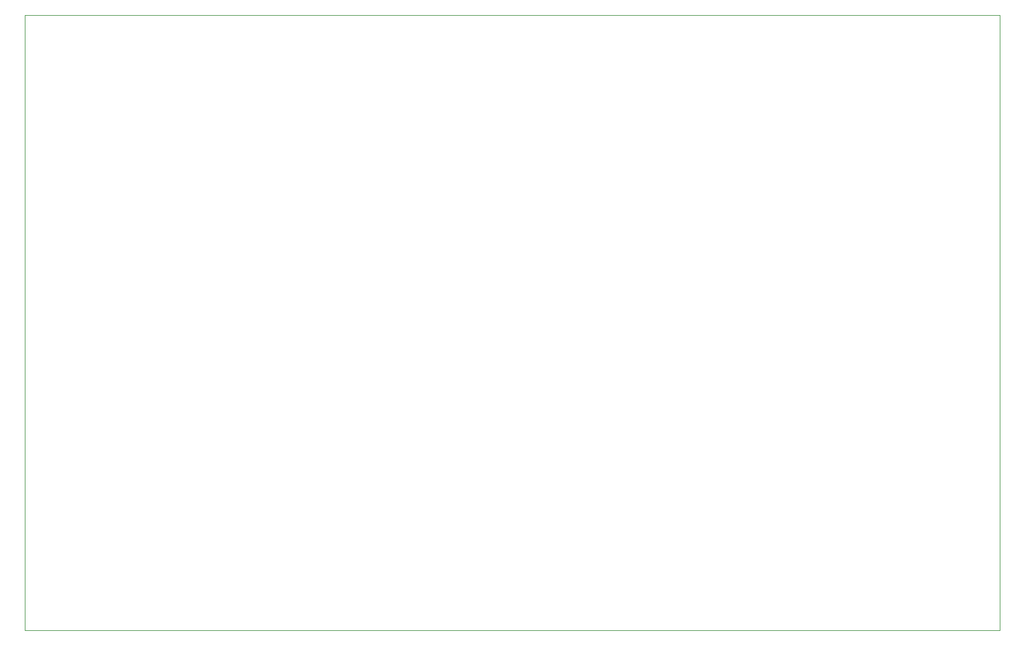
<source format=gm1>
%TF.GenerationSoftware,KiCad,Pcbnew,7.0.11-7.0.11~ubuntu22.04.1*%
%TF.CreationDate,2025-04-10T17:26:18+02:00*%
%TF.ProjectId,emulator-pcb,656d756c-6174-46f7-922d-7063622e6b69,v02*%
%TF.SameCoordinates,Original*%
%TF.FileFunction,Profile,NP*%
%FSLAX46Y46*%
G04 Gerber Fmt 4.6, Leading zero omitted, Abs format (unit mm)*
G04 Created by KiCad (PCBNEW 7.0.11-7.0.11~ubuntu22.04.1) date 2025-04-10 17:26:18*
%MOMM*%
%LPD*%
G01*
G04 APERTURE LIST*
%TA.AperFunction,Profile*%
%ADD10C,0.050000*%
%TD*%
G04 APERTURE END LIST*
D10*
X207275000Y-149800000D02*
X207275000Y-63700000D01*
X207275000Y-63700000D02*
X70950000Y-63700000D01*
X70950000Y-149800000D02*
X207275000Y-149800000D01*
X70950000Y-63700000D02*
X70950000Y-149800000D01*
M02*

</source>
